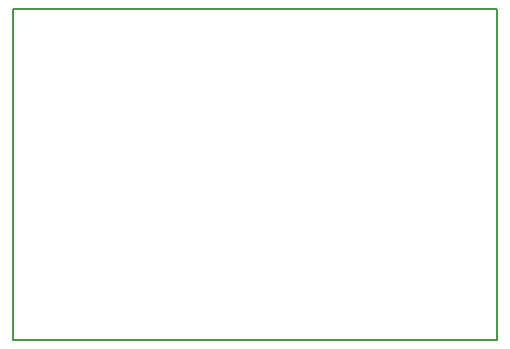
<source format=gbr>
G04 #@! TF.GenerationSoftware,KiCad,Pcbnew,5.0.0*
G04 #@! TF.CreationDate,2018-12-15T19:13:02-05:00*
G04 #@! TF.ProjectId,BT_12V_SmartSwitch-panelized-SINGLE,42545F3132565F536D61727453776974,rev?*
G04 #@! TF.SameCoordinates,Original*
G04 #@! TF.FileFunction,Profile,NP*
%FSLAX46Y46*%
G04 Gerber Fmt 4.6, Leading zero omitted, Abs format (unit mm)*
G04 Created by KiCad (PCBNEW 5.0.0) date Sat Dec 15 19:13:02 2018*
%MOMM*%
%LPD*%
G01*
G04 APERTURE LIST*
%ADD10C,0.150000*%
G04 APERTURE END LIST*
D10*
X139500000Y-66000000D02*
X139500000Y-38000000D01*
X180500000Y-66000000D02*
X139500000Y-66000000D01*
X180500000Y-38000000D02*
X180500000Y-66000000D01*
X139500000Y-38000000D02*
X180500000Y-38000000D01*
X139500000Y-66000000D02*
X139500000Y-38000000D01*
X180500000Y-66000000D02*
X139500000Y-66000000D01*
X180500000Y-38000000D02*
X180500000Y-66000000D01*
X139500000Y-38000000D02*
X180500000Y-38000000D01*
M02*

</source>
